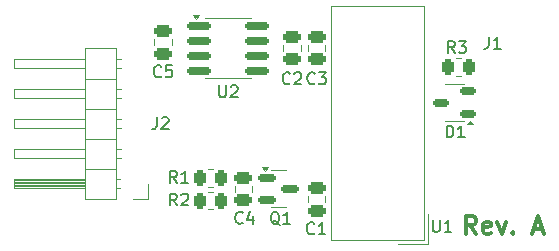
<source format=gto>
G04 #@! TF.GenerationSoftware,KiCad,Pcbnew,8.0.2*
G04 #@! TF.CreationDate,2024-06-29T14:49:14+02:00*
G04 #@! TF.ProjectId,STM32F4_GateSignalGenerator_GateDriver,53544d33-3246-4345-9f47-617465536967,rev?*
G04 #@! TF.SameCoordinates,Original*
G04 #@! TF.FileFunction,Legend,Top*
G04 #@! TF.FilePolarity,Positive*
%FSLAX46Y46*%
G04 Gerber Fmt 4.6, Leading zero omitted, Abs format (unit mm)*
G04 Created by KiCad (PCBNEW 8.0.2) date 2024-06-29 14:49:14*
%MOMM*%
%LPD*%
G01*
G04 APERTURE LIST*
G04 Aperture macros list*
%AMRoundRect*
0 Rectangle with rounded corners*
0 $1 Rounding radius*
0 $2 $3 $4 $5 $6 $7 $8 $9 X,Y pos of 4 corners*
0 Add a 4 corners polygon primitive as box body*
4,1,4,$2,$3,$4,$5,$6,$7,$8,$9,$2,$3,0*
0 Add four circle primitives for the rounded corners*
1,1,$1+$1,$2,$3*
1,1,$1+$1,$4,$5*
1,1,$1+$1,$6,$7*
1,1,$1+$1,$8,$9*
0 Add four rect primitives between the rounded corners*
20,1,$1+$1,$2,$3,$4,$5,0*
20,1,$1+$1,$4,$5,$6,$7,0*
20,1,$1+$1,$6,$7,$8,$9,0*
20,1,$1+$1,$8,$9,$2,$3,0*%
G04 Aperture macros list end*
%ADD10C,0.300000*%
%ADD11C,0.200000*%
%ADD12C,0.120000*%
%ADD13RoundRect,0.250000X-0.262500X-0.450000X0.262500X-0.450000X0.262500X0.450000X-0.262500X0.450000X0*%
%ADD14RoundRect,0.150000X-0.587500X-0.150000X0.587500X-0.150000X0.587500X0.150000X-0.587500X0.150000X0*%
%ADD15RoundRect,0.250000X0.475000X-0.250000X0.475000X0.250000X-0.475000X0.250000X-0.475000X-0.250000X0*%
%ADD16RoundRect,0.150000X0.512500X0.150000X-0.512500X0.150000X-0.512500X-0.150000X0.512500X-0.150000X0*%
%ADD17RoundRect,0.250000X-0.475000X0.250000X-0.475000X-0.250000X0.475000X-0.250000X0.475000X0.250000X0*%
%ADD18RoundRect,0.150000X-0.825000X-0.150000X0.825000X-0.150000X0.825000X0.150000X-0.825000X0.150000X0*%
%ADD19RoundRect,0.250000X0.262500X0.450000X-0.262500X0.450000X-0.262500X-0.450000X0.262500X-0.450000X0*%
%ADD20C,2.500000*%
%ADD21R,1.500000X1.500000*%
%ADD22C,1.500000*%
%ADD23O,1.700000X1.700000*%
%ADD24R,1.700000X1.700000*%
G04 APERTURE END LIST*
D10*
X184111653Y-103300828D02*
X183611653Y-102586542D01*
X183254510Y-103300828D02*
X183254510Y-101800828D01*
X183254510Y-101800828D02*
X183825939Y-101800828D01*
X183825939Y-101800828D02*
X183968796Y-101872257D01*
X183968796Y-101872257D02*
X184040225Y-101943685D01*
X184040225Y-101943685D02*
X184111653Y-102086542D01*
X184111653Y-102086542D02*
X184111653Y-102300828D01*
X184111653Y-102300828D02*
X184040225Y-102443685D01*
X184040225Y-102443685D02*
X183968796Y-102515114D01*
X183968796Y-102515114D02*
X183825939Y-102586542D01*
X183825939Y-102586542D02*
X183254510Y-102586542D01*
X185325939Y-103229400D02*
X185183082Y-103300828D01*
X185183082Y-103300828D02*
X184897368Y-103300828D01*
X184897368Y-103300828D02*
X184754510Y-103229400D01*
X184754510Y-103229400D02*
X184683082Y-103086542D01*
X184683082Y-103086542D02*
X184683082Y-102515114D01*
X184683082Y-102515114D02*
X184754510Y-102372257D01*
X184754510Y-102372257D02*
X184897368Y-102300828D01*
X184897368Y-102300828D02*
X185183082Y-102300828D01*
X185183082Y-102300828D02*
X185325939Y-102372257D01*
X185325939Y-102372257D02*
X185397368Y-102515114D01*
X185397368Y-102515114D02*
X185397368Y-102657971D01*
X185397368Y-102657971D02*
X184683082Y-102800828D01*
X185897367Y-102300828D02*
X186254510Y-103300828D01*
X186254510Y-103300828D02*
X186611653Y-102300828D01*
X187183081Y-103157971D02*
X187254510Y-103229400D01*
X187254510Y-103229400D02*
X187183081Y-103300828D01*
X187183081Y-103300828D02*
X187111653Y-103229400D01*
X187111653Y-103229400D02*
X187183081Y-103157971D01*
X187183081Y-103157971D02*
X187183081Y-103300828D01*
X188968796Y-102872257D02*
X189683082Y-102872257D01*
X188825939Y-103300828D02*
X189325939Y-101800828D01*
X189325939Y-101800828D02*
X189825939Y-103300828D01*
D11*
X182283333Y-88002219D02*
X181950000Y-87526028D01*
X181711905Y-88002219D02*
X181711905Y-87002219D01*
X181711905Y-87002219D02*
X182092857Y-87002219D01*
X182092857Y-87002219D02*
X182188095Y-87049838D01*
X182188095Y-87049838D02*
X182235714Y-87097457D01*
X182235714Y-87097457D02*
X182283333Y-87192695D01*
X182283333Y-87192695D02*
X182283333Y-87335552D01*
X182283333Y-87335552D02*
X182235714Y-87430790D01*
X182235714Y-87430790D02*
X182188095Y-87478409D01*
X182188095Y-87478409D02*
X182092857Y-87526028D01*
X182092857Y-87526028D02*
X181711905Y-87526028D01*
X182616667Y-87002219D02*
X183235714Y-87002219D01*
X183235714Y-87002219D02*
X182902381Y-87383171D01*
X182902381Y-87383171D02*
X183045238Y-87383171D01*
X183045238Y-87383171D02*
X183140476Y-87430790D01*
X183140476Y-87430790D02*
X183188095Y-87478409D01*
X183188095Y-87478409D02*
X183235714Y-87573647D01*
X183235714Y-87573647D02*
X183235714Y-87811742D01*
X183235714Y-87811742D02*
X183188095Y-87906980D01*
X183188095Y-87906980D02*
X183140476Y-87954600D01*
X183140476Y-87954600D02*
X183045238Y-88002219D01*
X183045238Y-88002219D02*
X182759524Y-88002219D01*
X182759524Y-88002219D02*
X182664286Y-87954600D01*
X182664286Y-87954600D02*
X182616667Y-87906980D01*
X167454761Y-102547457D02*
X167359523Y-102499838D01*
X167359523Y-102499838D02*
X167264285Y-102404600D01*
X167264285Y-102404600D02*
X167121428Y-102261742D01*
X167121428Y-102261742D02*
X167026190Y-102214123D01*
X167026190Y-102214123D02*
X166930952Y-102214123D01*
X166978571Y-102452219D02*
X166883333Y-102404600D01*
X166883333Y-102404600D02*
X166788095Y-102309361D01*
X166788095Y-102309361D02*
X166740476Y-102118885D01*
X166740476Y-102118885D02*
X166740476Y-101785552D01*
X166740476Y-101785552D02*
X166788095Y-101595076D01*
X166788095Y-101595076D02*
X166883333Y-101499838D01*
X166883333Y-101499838D02*
X166978571Y-101452219D01*
X166978571Y-101452219D02*
X167169047Y-101452219D01*
X167169047Y-101452219D02*
X167264285Y-101499838D01*
X167264285Y-101499838D02*
X167359523Y-101595076D01*
X167359523Y-101595076D02*
X167407142Y-101785552D01*
X167407142Y-101785552D02*
X167407142Y-102118885D01*
X167407142Y-102118885D02*
X167359523Y-102309361D01*
X167359523Y-102309361D02*
X167264285Y-102404600D01*
X167264285Y-102404600D02*
X167169047Y-102452219D01*
X167169047Y-102452219D02*
X166978571Y-102452219D01*
X168359523Y-102452219D02*
X167788095Y-102452219D01*
X168073809Y-102452219D02*
X168073809Y-101452219D01*
X168073809Y-101452219D02*
X167978571Y-101595076D01*
X167978571Y-101595076D02*
X167883333Y-101690314D01*
X167883333Y-101690314D02*
X167788095Y-101737933D01*
X170433333Y-90556980D02*
X170385714Y-90604600D01*
X170385714Y-90604600D02*
X170242857Y-90652219D01*
X170242857Y-90652219D02*
X170147619Y-90652219D01*
X170147619Y-90652219D02*
X170004762Y-90604600D01*
X170004762Y-90604600D02*
X169909524Y-90509361D01*
X169909524Y-90509361D02*
X169861905Y-90414123D01*
X169861905Y-90414123D02*
X169814286Y-90223647D01*
X169814286Y-90223647D02*
X169814286Y-90080790D01*
X169814286Y-90080790D02*
X169861905Y-89890314D01*
X169861905Y-89890314D02*
X169909524Y-89795076D01*
X169909524Y-89795076D02*
X170004762Y-89699838D01*
X170004762Y-89699838D02*
X170147619Y-89652219D01*
X170147619Y-89652219D02*
X170242857Y-89652219D01*
X170242857Y-89652219D02*
X170385714Y-89699838D01*
X170385714Y-89699838D02*
X170433333Y-89747457D01*
X170766667Y-89652219D02*
X171385714Y-89652219D01*
X171385714Y-89652219D02*
X171052381Y-90033171D01*
X171052381Y-90033171D02*
X171195238Y-90033171D01*
X171195238Y-90033171D02*
X171290476Y-90080790D01*
X171290476Y-90080790D02*
X171338095Y-90128409D01*
X171338095Y-90128409D02*
X171385714Y-90223647D01*
X171385714Y-90223647D02*
X171385714Y-90461742D01*
X171385714Y-90461742D02*
X171338095Y-90556980D01*
X171338095Y-90556980D02*
X171290476Y-90604600D01*
X171290476Y-90604600D02*
X171195238Y-90652219D01*
X171195238Y-90652219D02*
X170909524Y-90652219D01*
X170909524Y-90652219D02*
X170814286Y-90604600D01*
X170814286Y-90604600D02*
X170766667Y-90556980D01*
X181611905Y-95152219D02*
X181611905Y-94152219D01*
X181611905Y-94152219D02*
X181850000Y-94152219D01*
X181850000Y-94152219D02*
X181992857Y-94199838D01*
X181992857Y-94199838D02*
X182088095Y-94295076D01*
X182088095Y-94295076D02*
X182135714Y-94390314D01*
X182135714Y-94390314D02*
X182183333Y-94580790D01*
X182183333Y-94580790D02*
X182183333Y-94723647D01*
X182183333Y-94723647D02*
X182135714Y-94914123D01*
X182135714Y-94914123D02*
X182088095Y-95009361D01*
X182088095Y-95009361D02*
X181992857Y-95104600D01*
X181992857Y-95104600D02*
X181850000Y-95152219D01*
X181850000Y-95152219D02*
X181611905Y-95152219D01*
X183135714Y-95152219D02*
X182564286Y-95152219D01*
X182850000Y-95152219D02*
X182850000Y-94152219D01*
X182850000Y-94152219D02*
X182754762Y-94295076D01*
X182754762Y-94295076D02*
X182659524Y-94390314D01*
X182659524Y-94390314D02*
X182564286Y-94437933D01*
X170383333Y-103256980D02*
X170335714Y-103304600D01*
X170335714Y-103304600D02*
X170192857Y-103352219D01*
X170192857Y-103352219D02*
X170097619Y-103352219D01*
X170097619Y-103352219D02*
X169954762Y-103304600D01*
X169954762Y-103304600D02*
X169859524Y-103209361D01*
X169859524Y-103209361D02*
X169811905Y-103114123D01*
X169811905Y-103114123D02*
X169764286Y-102923647D01*
X169764286Y-102923647D02*
X169764286Y-102780790D01*
X169764286Y-102780790D02*
X169811905Y-102590314D01*
X169811905Y-102590314D02*
X169859524Y-102495076D01*
X169859524Y-102495076D02*
X169954762Y-102399838D01*
X169954762Y-102399838D02*
X170097619Y-102352219D01*
X170097619Y-102352219D02*
X170192857Y-102352219D01*
X170192857Y-102352219D02*
X170335714Y-102399838D01*
X170335714Y-102399838D02*
X170383333Y-102447457D01*
X171335714Y-103352219D02*
X170764286Y-103352219D01*
X171050000Y-103352219D02*
X171050000Y-102352219D01*
X171050000Y-102352219D02*
X170954762Y-102495076D01*
X170954762Y-102495076D02*
X170859524Y-102590314D01*
X170859524Y-102590314D02*
X170764286Y-102637933D01*
X158758333Y-99002219D02*
X158425000Y-98526028D01*
X158186905Y-99002219D02*
X158186905Y-98002219D01*
X158186905Y-98002219D02*
X158567857Y-98002219D01*
X158567857Y-98002219D02*
X158663095Y-98049838D01*
X158663095Y-98049838D02*
X158710714Y-98097457D01*
X158710714Y-98097457D02*
X158758333Y-98192695D01*
X158758333Y-98192695D02*
X158758333Y-98335552D01*
X158758333Y-98335552D02*
X158710714Y-98430790D01*
X158710714Y-98430790D02*
X158663095Y-98478409D01*
X158663095Y-98478409D02*
X158567857Y-98526028D01*
X158567857Y-98526028D02*
X158186905Y-98526028D01*
X159710714Y-99002219D02*
X159139286Y-99002219D01*
X159425000Y-99002219D02*
X159425000Y-98002219D01*
X159425000Y-98002219D02*
X159329762Y-98145076D01*
X159329762Y-98145076D02*
X159234524Y-98240314D01*
X159234524Y-98240314D02*
X159139286Y-98287933D01*
X164333333Y-102356980D02*
X164285714Y-102404600D01*
X164285714Y-102404600D02*
X164142857Y-102452219D01*
X164142857Y-102452219D02*
X164047619Y-102452219D01*
X164047619Y-102452219D02*
X163904762Y-102404600D01*
X163904762Y-102404600D02*
X163809524Y-102309361D01*
X163809524Y-102309361D02*
X163761905Y-102214123D01*
X163761905Y-102214123D02*
X163714286Y-102023647D01*
X163714286Y-102023647D02*
X163714286Y-101880790D01*
X163714286Y-101880790D02*
X163761905Y-101690314D01*
X163761905Y-101690314D02*
X163809524Y-101595076D01*
X163809524Y-101595076D02*
X163904762Y-101499838D01*
X163904762Y-101499838D02*
X164047619Y-101452219D01*
X164047619Y-101452219D02*
X164142857Y-101452219D01*
X164142857Y-101452219D02*
X164285714Y-101499838D01*
X164285714Y-101499838D02*
X164333333Y-101547457D01*
X165190476Y-101785552D02*
X165190476Y-102452219D01*
X164952381Y-101404600D02*
X164714286Y-102118885D01*
X164714286Y-102118885D02*
X165333333Y-102118885D01*
X162338095Y-90752219D02*
X162338095Y-91561742D01*
X162338095Y-91561742D02*
X162385714Y-91656980D01*
X162385714Y-91656980D02*
X162433333Y-91704600D01*
X162433333Y-91704600D02*
X162528571Y-91752219D01*
X162528571Y-91752219D02*
X162719047Y-91752219D01*
X162719047Y-91752219D02*
X162814285Y-91704600D01*
X162814285Y-91704600D02*
X162861904Y-91656980D01*
X162861904Y-91656980D02*
X162909523Y-91561742D01*
X162909523Y-91561742D02*
X162909523Y-90752219D01*
X163338095Y-90847457D02*
X163385714Y-90799838D01*
X163385714Y-90799838D02*
X163480952Y-90752219D01*
X163480952Y-90752219D02*
X163719047Y-90752219D01*
X163719047Y-90752219D02*
X163814285Y-90799838D01*
X163814285Y-90799838D02*
X163861904Y-90847457D01*
X163861904Y-90847457D02*
X163909523Y-90942695D01*
X163909523Y-90942695D02*
X163909523Y-91037933D01*
X163909523Y-91037933D02*
X163861904Y-91180790D01*
X163861904Y-91180790D02*
X163290476Y-91752219D01*
X163290476Y-91752219D02*
X163909523Y-91752219D01*
X158758333Y-100902219D02*
X158425000Y-100426028D01*
X158186905Y-100902219D02*
X158186905Y-99902219D01*
X158186905Y-99902219D02*
X158567857Y-99902219D01*
X158567857Y-99902219D02*
X158663095Y-99949838D01*
X158663095Y-99949838D02*
X158710714Y-99997457D01*
X158710714Y-99997457D02*
X158758333Y-100092695D01*
X158758333Y-100092695D02*
X158758333Y-100235552D01*
X158758333Y-100235552D02*
X158710714Y-100330790D01*
X158710714Y-100330790D02*
X158663095Y-100378409D01*
X158663095Y-100378409D02*
X158567857Y-100426028D01*
X158567857Y-100426028D02*
X158186905Y-100426028D01*
X159139286Y-99997457D02*
X159186905Y-99949838D01*
X159186905Y-99949838D02*
X159282143Y-99902219D01*
X159282143Y-99902219D02*
X159520238Y-99902219D01*
X159520238Y-99902219D02*
X159615476Y-99949838D01*
X159615476Y-99949838D02*
X159663095Y-99997457D01*
X159663095Y-99997457D02*
X159710714Y-100092695D01*
X159710714Y-100092695D02*
X159710714Y-100187933D01*
X159710714Y-100187933D02*
X159663095Y-100330790D01*
X159663095Y-100330790D02*
X159091667Y-100902219D01*
X159091667Y-100902219D02*
X159710714Y-100902219D01*
X168333333Y-90556980D02*
X168285714Y-90604600D01*
X168285714Y-90604600D02*
X168142857Y-90652219D01*
X168142857Y-90652219D02*
X168047619Y-90652219D01*
X168047619Y-90652219D02*
X167904762Y-90604600D01*
X167904762Y-90604600D02*
X167809524Y-90509361D01*
X167809524Y-90509361D02*
X167761905Y-90414123D01*
X167761905Y-90414123D02*
X167714286Y-90223647D01*
X167714286Y-90223647D02*
X167714286Y-90080790D01*
X167714286Y-90080790D02*
X167761905Y-89890314D01*
X167761905Y-89890314D02*
X167809524Y-89795076D01*
X167809524Y-89795076D02*
X167904762Y-89699838D01*
X167904762Y-89699838D02*
X168047619Y-89652219D01*
X168047619Y-89652219D02*
X168142857Y-89652219D01*
X168142857Y-89652219D02*
X168285714Y-89699838D01*
X168285714Y-89699838D02*
X168333333Y-89747457D01*
X168714286Y-89747457D02*
X168761905Y-89699838D01*
X168761905Y-89699838D02*
X168857143Y-89652219D01*
X168857143Y-89652219D02*
X169095238Y-89652219D01*
X169095238Y-89652219D02*
X169190476Y-89699838D01*
X169190476Y-89699838D02*
X169238095Y-89747457D01*
X169238095Y-89747457D02*
X169285714Y-89842695D01*
X169285714Y-89842695D02*
X169285714Y-89937933D01*
X169285714Y-89937933D02*
X169238095Y-90080790D01*
X169238095Y-90080790D02*
X168666667Y-90652219D01*
X168666667Y-90652219D02*
X169285714Y-90652219D01*
X185166666Y-86652219D02*
X185166666Y-87366504D01*
X185166666Y-87366504D02*
X185119047Y-87509361D01*
X185119047Y-87509361D02*
X185023809Y-87604600D01*
X185023809Y-87604600D02*
X184880952Y-87652219D01*
X184880952Y-87652219D02*
X184785714Y-87652219D01*
X186166666Y-87652219D02*
X185595238Y-87652219D01*
X185880952Y-87652219D02*
X185880952Y-86652219D01*
X185880952Y-86652219D02*
X185785714Y-86795076D01*
X185785714Y-86795076D02*
X185690476Y-86890314D01*
X185690476Y-86890314D02*
X185595238Y-86937933D01*
X180438095Y-102152219D02*
X180438095Y-102961742D01*
X180438095Y-102961742D02*
X180485714Y-103056980D01*
X180485714Y-103056980D02*
X180533333Y-103104600D01*
X180533333Y-103104600D02*
X180628571Y-103152219D01*
X180628571Y-103152219D02*
X180819047Y-103152219D01*
X180819047Y-103152219D02*
X180914285Y-103104600D01*
X180914285Y-103104600D02*
X180961904Y-103056980D01*
X180961904Y-103056980D02*
X181009523Y-102961742D01*
X181009523Y-102961742D02*
X181009523Y-102152219D01*
X182009523Y-103152219D02*
X181438095Y-103152219D01*
X181723809Y-103152219D02*
X181723809Y-102152219D01*
X181723809Y-102152219D02*
X181628571Y-102295076D01*
X181628571Y-102295076D02*
X181533333Y-102390314D01*
X181533333Y-102390314D02*
X181438095Y-102437933D01*
X157433333Y-89956980D02*
X157385714Y-90004600D01*
X157385714Y-90004600D02*
X157242857Y-90052219D01*
X157242857Y-90052219D02*
X157147619Y-90052219D01*
X157147619Y-90052219D02*
X157004762Y-90004600D01*
X157004762Y-90004600D02*
X156909524Y-89909361D01*
X156909524Y-89909361D02*
X156861905Y-89814123D01*
X156861905Y-89814123D02*
X156814286Y-89623647D01*
X156814286Y-89623647D02*
X156814286Y-89480790D01*
X156814286Y-89480790D02*
X156861905Y-89290314D01*
X156861905Y-89290314D02*
X156909524Y-89195076D01*
X156909524Y-89195076D02*
X157004762Y-89099838D01*
X157004762Y-89099838D02*
X157147619Y-89052219D01*
X157147619Y-89052219D02*
X157242857Y-89052219D01*
X157242857Y-89052219D02*
X157385714Y-89099838D01*
X157385714Y-89099838D02*
X157433333Y-89147457D01*
X158338095Y-89052219D02*
X157861905Y-89052219D01*
X157861905Y-89052219D02*
X157814286Y-89528409D01*
X157814286Y-89528409D02*
X157861905Y-89480790D01*
X157861905Y-89480790D02*
X157957143Y-89433171D01*
X157957143Y-89433171D02*
X158195238Y-89433171D01*
X158195238Y-89433171D02*
X158290476Y-89480790D01*
X158290476Y-89480790D02*
X158338095Y-89528409D01*
X158338095Y-89528409D02*
X158385714Y-89623647D01*
X158385714Y-89623647D02*
X158385714Y-89861742D01*
X158385714Y-89861742D02*
X158338095Y-89956980D01*
X158338095Y-89956980D02*
X158290476Y-90004600D01*
X158290476Y-90004600D02*
X158195238Y-90052219D01*
X158195238Y-90052219D02*
X157957143Y-90052219D01*
X157957143Y-90052219D02*
X157861905Y-90004600D01*
X157861905Y-90004600D02*
X157814286Y-89956980D01*
X157066666Y-93452219D02*
X157066666Y-94166504D01*
X157066666Y-94166504D02*
X157019047Y-94309361D01*
X157019047Y-94309361D02*
X156923809Y-94404600D01*
X156923809Y-94404600D02*
X156780952Y-94452219D01*
X156780952Y-94452219D02*
X156685714Y-94452219D01*
X157495238Y-93547457D02*
X157542857Y-93499838D01*
X157542857Y-93499838D02*
X157638095Y-93452219D01*
X157638095Y-93452219D02*
X157876190Y-93452219D01*
X157876190Y-93452219D02*
X157971428Y-93499838D01*
X157971428Y-93499838D02*
X158019047Y-93547457D01*
X158019047Y-93547457D02*
X158066666Y-93642695D01*
X158066666Y-93642695D02*
X158066666Y-93737933D01*
X158066666Y-93737933D02*
X158019047Y-93880790D01*
X158019047Y-93880790D02*
X157447619Y-94452219D01*
X157447619Y-94452219D02*
X158066666Y-94452219D01*
D12*
X182372936Y-88465000D02*
X182827064Y-88465000D01*
X182372936Y-89935000D02*
X182827064Y-89935000D01*
X166200000Y-97990000D02*
X165960000Y-97660000D01*
X166440000Y-97660000D01*
X166200000Y-97990000D01*
G36*
X166200000Y-97990000D02*
G01*
X165960000Y-97660000D01*
X166440000Y-97660000D01*
X166200000Y-97990000D01*
G37*
X167362500Y-101060000D02*
X168012500Y-101060000D01*
X167362500Y-101060000D02*
X166712500Y-101060000D01*
X167362500Y-97940000D02*
X168012500Y-97940000D01*
X167362500Y-97940000D02*
X166712500Y-97940000D01*
X169865000Y-87861252D02*
X169865000Y-87338748D01*
X171335000Y-87861252D02*
X171335000Y-87338748D01*
X182300000Y-90652500D02*
X181500000Y-90652500D01*
X182300000Y-90652500D02*
X183100000Y-90652500D01*
X182300000Y-93772500D02*
X181500000Y-93772500D01*
X182300000Y-93772500D02*
X183100000Y-93772500D01*
X183840000Y-94052500D02*
X183360000Y-94052500D01*
X183600000Y-93722500D01*
X183840000Y-94052500D01*
G36*
X183840000Y-94052500D02*
G01*
X183360000Y-94052500D01*
X183600000Y-93722500D01*
X183840000Y-94052500D01*
G37*
X171335000Y-100661252D02*
X171335000Y-100138748D01*
X169865000Y-100661252D02*
X169865000Y-100138748D01*
X161372936Y-99335000D02*
X161827064Y-99335000D01*
X161372936Y-97865000D02*
X161827064Y-97865000D01*
X165135000Y-99238748D02*
X165135000Y-99761252D01*
X163665000Y-99238748D02*
X163665000Y-99761252D01*
X163100000Y-85040000D02*
X161150000Y-85040000D01*
X163100000Y-85040000D02*
X165050000Y-85040000D01*
X163100000Y-90160000D02*
X161150000Y-90160000D01*
X163100000Y-90160000D02*
X165050000Y-90160000D01*
X160400000Y-85135000D02*
X160160000Y-84805000D01*
X160640000Y-84805000D01*
X160400000Y-85135000D01*
G36*
X160400000Y-85135000D02*
G01*
X160160000Y-84805000D01*
X160640000Y-84805000D01*
X160400000Y-85135000D01*
G37*
X161827064Y-101235000D02*
X161372936Y-101235000D01*
X161827064Y-99765000D02*
X161372936Y-99765000D01*
X167765000Y-87861252D02*
X167765000Y-87338748D01*
X169235000Y-87861252D02*
X169235000Y-87338748D01*
X171830000Y-103820000D02*
X171830000Y-84030000D01*
X179670000Y-84030000D02*
X171830000Y-84030000D01*
X179670000Y-103820000D02*
X171830000Y-103820000D01*
X179670000Y-103820000D02*
X179670000Y-84030000D01*
X180050000Y-101666667D02*
X180050000Y-104200000D01*
X180050000Y-104200000D02*
X177516667Y-104200000D01*
X156865000Y-86838748D02*
X156865000Y-87361252D01*
X158335000Y-86838748D02*
X158335000Y-87361252D01*
X156345000Y-100345000D02*
X155075000Y-100345000D01*
X156345000Y-99075000D02*
X156345000Y-100345000D01*
X154032071Y-96915000D02*
X153635000Y-96915000D01*
X154032071Y-96155000D02*
X153635000Y-96155000D01*
X154032071Y-94375000D02*
X153635000Y-94375000D01*
X154032071Y-93615000D02*
X153635000Y-93615000D01*
X154032071Y-91835000D02*
X153635000Y-91835000D01*
X154032071Y-91075000D02*
X153635000Y-91075000D01*
X154032071Y-89295000D02*
X153635000Y-89295000D01*
X154032071Y-88535000D02*
X153635000Y-88535000D01*
X153965000Y-99455000D02*
X153635000Y-99455000D01*
X153965000Y-98695000D02*
X153635000Y-98695000D01*
X153635000Y-100405000D02*
X153635000Y-87585000D01*
X153635000Y-97805000D02*
X150975000Y-97805000D01*
X153635000Y-95265000D02*
X150975000Y-95265000D01*
X153635000Y-92725000D02*
X150975000Y-92725000D01*
X153635000Y-90185000D02*
X150975000Y-90185000D01*
X153635000Y-87585000D02*
X150975000Y-87585000D01*
X150975000Y-100405000D02*
X153635000Y-100405000D01*
X150975000Y-99455000D02*
X144975000Y-99455000D01*
X150975000Y-99395000D02*
X144975000Y-99395000D01*
X150975000Y-99275000D02*
X144975000Y-99275000D01*
X150975000Y-99155000D02*
X144975000Y-99155000D01*
X150975000Y-99035000D02*
X144975000Y-99035000D01*
X150975000Y-98915000D02*
X144975000Y-98915000D01*
X150975000Y-98795000D02*
X144975000Y-98795000D01*
X150975000Y-96915000D02*
X144975000Y-96915000D01*
X150975000Y-94375000D02*
X144975000Y-94375000D01*
X150975000Y-91835000D02*
X144975000Y-91835000D01*
X150975000Y-89295000D02*
X144975000Y-89295000D01*
X150975000Y-87585000D02*
X150975000Y-100405000D01*
X144975000Y-99455000D02*
X144975000Y-98695000D01*
X144975000Y-98695000D02*
X150975000Y-98695000D01*
X144975000Y-96915000D02*
X144975000Y-96155000D01*
X144975000Y-96155000D02*
X150975000Y-96155000D01*
X144975000Y-94375000D02*
X144975000Y-93615000D01*
X144975000Y-93615000D02*
X150975000Y-93615000D01*
X144975000Y-91835000D02*
X144975000Y-91075000D01*
X144975000Y-91075000D02*
X150975000Y-91075000D01*
X144975000Y-89295000D02*
X144975000Y-88535000D01*
X144975000Y-88535000D02*
X150975000Y-88535000D01*
%LPC*%
D13*
X181687500Y-89200000D03*
X183512500Y-89200000D03*
D14*
X168300000Y-99500000D03*
X166425000Y-100450000D03*
X166425000Y-98550000D03*
D15*
X170600000Y-88550000D03*
X170600000Y-86650000D03*
D16*
X183437500Y-93162500D03*
X183437500Y-91262500D03*
X181162500Y-92212500D03*
D15*
X170600000Y-101350000D03*
X170600000Y-99450000D03*
D13*
X162512500Y-98600000D03*
X160687500Y-98600000D03*
D17*
X164400000Y-100450000D03*
X164400000Y-98550000D03*
D18*
X160625000Y-85695000D03*
X160625000Y-86965000D03*
X160625000Y-88235000D03*
X160625000Y-89505000D03*
X165575000Y-89505000D03*
X165575000Y-88235000D03*
X165575000Y-86965000D03*
X165575000Y-85695000D03*
D19*
X160687500Y-100500000D03*
X162512500Y-100500000D03*
D15*
X168500000Y-88550000D03*
X168500000Y-86650000D03*
D20*
X186100000Y-97500000D03*
X186100000Y-94000000D03*
X186100000Y-90500000D03*
D21*
X173300000Y-101300000D03*
D22*
X173300000Y-98760000D03*
X173300000Y-93680000D03*
X173300000Y-88600000D03*
D17*
X157600000Y-86150000D03*
X157600000Y-88050000D03*
D23*
X155075000Y-88915000D03*
X155075000Y-91455000D03*
X155075000Y-93995000D03*
X155075000Y-96535000D03*
D24*
X155075000Y-99075000D03*
%LPD*%
M02*

</source>
